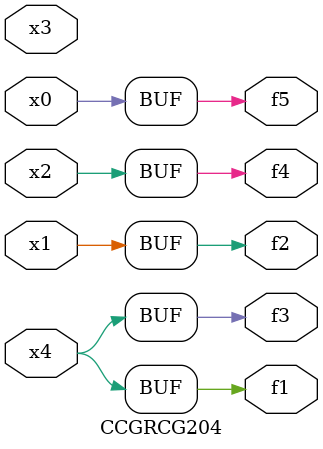
<source format=v>
module CCGRCG204(
	input x0, x1, x2, x3, x4,
	output f1, f2, f3, f4, f5
);
	assign f1 = x4;
	assign f2 = x1;
	assign f3 = x4;
	assign f4 = x2;
	assign f5 = x0;
endmodule

</source>
